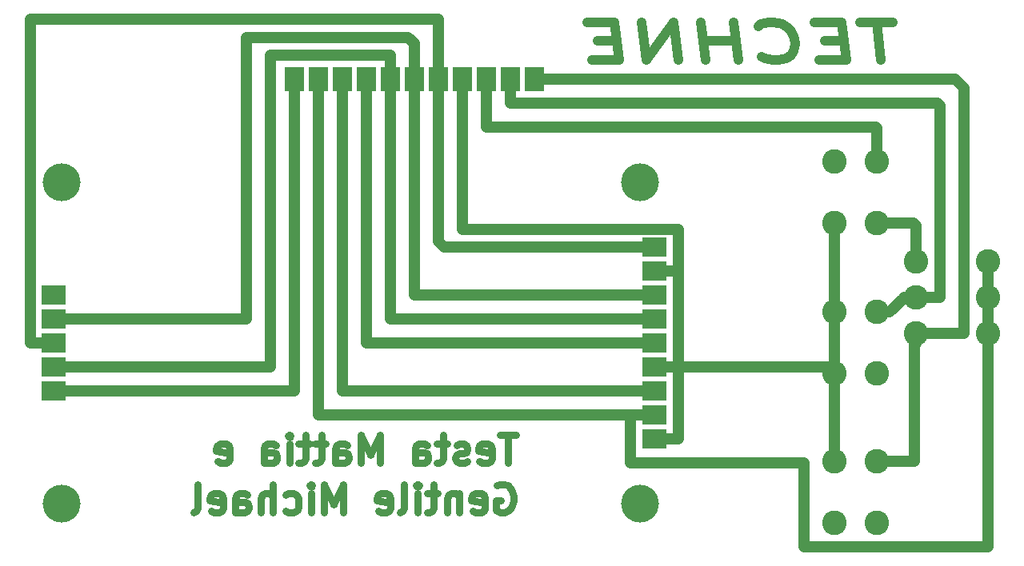
<source format=gbr>
G04 #@! TF.GenerationSoftware,KiCad,Pcbnew,(5.1.2)-1*
G04 #@! TF.CreationDate,2019-05-13T07:20:00+02:00*
G04 #@! TF.ProjectId,lcd board,6c636420-626f-4617-9264-2e6b69636164,rev?*
G04 #@! TF.SameCoordinates,Original*
G04 #@! TF.FileFunction,Copper,L2,Bot*
G04 #@! TF.FilePolarity,Positive*
%FSLAX46Y46*%
G04 Gerber Fmt 4.6, Leading zero omitted, Abs format (unit mm)*
G04 Created by KiCad (PCBNEW (5.1.2)-1) date 2019-05-13 07:20:00*
%MOMM*%
%LPD*%
G04 APERTURE LIST*
%ADD10C,0.750000*%
%ADD11C,1.000000*%
%ADD12C,2.600000*%
%ADD13R,2.000000X2.600000*%
%ADD14R,2.600000X2.000000*%
%ADD15C,4.000000*%
%ADD16C,1.200000*%
G04 APERTURE END LIST*
D10*
X142872857Y-47802142D02*
X141158571Y-47802142D01*
X142015714Y-50802142D02*
X142015714Y-47802142D01*
X139015714Y-50659285D02*
X139301428Y-50802142D01*
X139872857Y-50802142D01*
X140158571Y-50659285D01*
X140301428Y-50373571D01*
X140301428Y-49230714D01*
X140158571Y-48945000D01*
X139872857Y-48802142D01*
X139301428Y-48802142D01*
X139015714Y-48945000D01*
X138872857Y-49230714D01*
X138872857Y-49516428D01*
X140301428Y-49802142D01*
X137730000Y-50659285D02*
X137444285Y-50802142D01*
X136872857Y-50802142D01*
X136587142Y-50659285D01*
X136444285Y-50373571D01*
X136444285Y-50230714D01*
X136587142Y-49945000D01*
X136872857Y-49802142D01*
X137301428Y-49802142D01*
X137587142Y-49659285D01*
X137730000Y-49373571D01*
X137730000Y-49230714D01*
X137587142Y-48945000D01*
X137301428Y-48802142D01*
X136872857Y-48802142D01*
X136587142Y-48945000D01*
X135587142Y-48802142D02*
X134444285Y-48802142D01*
X135158571Y-47802142D02*
X135158571Y-50373571D01*
X135015714Y-50659285D01*
X134730000Y-50802142D01*
X134444285Y-50802142D01*
X132158571Y-50802142D02*
X132158571Y-49230714D01*
X132301428Y-48945000D01*
X132587142Y-48802142D01*
X133158571Y-48802142D01*
X133444285Y-48945000D01*
X132158571Y-50659285D02*
X132444285Y-50802142D01*
X133158571Y-50802142D01*
X133444285Y-50659285D01*
X133587142Y-50373571D01*
X133587142Y-50087857D01*
X133444285Y-49802142D01*
X133158571Y-49659285D01*
X132444285Y-49659285D01*
X132158571Y-49516428D01*
X128444285Y-50802142D02*
X128444285Y-47802142D01*
X127444285Y-49945000D01*
X126444285Y-47802142D01*
X126444285Y-50802142D01*
X123730000Y-50802142D02*
X123730000Y-49230714D01*
X123872857Y-48945000D01*
X124158571Y-48802142D01*
X124730000Y-48802142D01*
X125015714Y-48945000D01*
X123730000Y-50659285D02*
X124015714Y-50802142D01*
X124730000Y-50802142D01*
X125015714Y-50659285D01*
X125158571Y-50373571D01*
X125158571Y-50087857D01*
X125015714Y-49802142D01*
X124730000Y-49659285D01*
X124015714Y-49659285D01*
X123730000Y-49516428D01*
X122730000Y-48802142D02*
X121587142Y-48802142D01*
X122301428Y-47802142D02*
X122301428Y-50373571D01*
X122158571Y-50659285D01*
X121872857Y-50802142D01*
X121587142Y-50802142D01*
X121015714Y-48802142D02*
X119872857Y-48802142D01*
X120587142Y-47802142D02*
X120587142Y-50373571D01*
X120444285Y-50659285D01*
X120158571Y-50802142D01*
X119872857Y-50802142D01*
X118872857Y-50802142D02*
X118872857Y-48802142D01*
X118872857Y-47802142D02*
X119015714Y-47945000D01*
X118872857Y-48087857D01*
X118730000Y-47945000D01*
X118872857Y-47802142D01*
X118872857Y-48087857D01*
X116158571Y-50802142D02*
X116158571Y-49230714D01*
X116301428Y-48945000D01*
X116587142Y-48802142D01*
X117158571Y-48802142D01*
X117444285Y-48945000D01*
X116158571Y-50659285D02*
X116444285Y-50802142D01*
X117158571Y-50802142D01*
X117444285Y-50659285D01*
X117587142Y-50373571D01*
X117587142Y-50087857D01*
X117444285Y-49802142D01*
X117158571Y-49659285D01*
X116444285Y-49659285D01*
X116158571Y-49516428D01*
X111301428Y-50659285D02*
X111587142Y-50802142D01*
X112158571Y-50802142D01*
X112444285Y-50659285D01*
X112587142Y-50373571D01*
X112587142Y-49230714D01*
X112444285Y-48945000D01*
X112158571Y-48802142D01*
X111587142Y-48802142D01*
X111301428Y-48945000D01*
X111158571Y-49230714D01*
X111158571Y-49516428D01*
X112587142Y-49802142D01*
X140872857Y-53195000D02*
X141158571Y-53052142D01*
X141587142Y-53052142D01*
X142015714Y-53195000D01*
X142301428Y-53480714D01*
X142444285Y-53766428D01*
X142587142Y-54337857D01*
X142587142Y-54766428D01*
X142444285Y-55337857D01*
X142301428Y-55623571D01*
X142015714Y-55909285D01*
X141587142Y-56052142D01*
X141301428Y-56052142D01*
X140872857Y-55909285D01*
X140730000Y-55766428D01*
X140730000Y-54766428D01*
X141301428Y-54766428D01*
X138301428Y-55909285D02*
X138587142Y-56052142D01*
X139158571Y-56052142D01*
X139444285Y-55909285D01*
X139587142Y-55623571D01*
X139587142Y-54480714D01*
X139444285Y-54195000D01*
X139158571Y-54052142D01*
X138587142Y-54052142D01*
X138301428Y-54195000D01*
X138158571Y-54480714D01*
X138158571Y-54766428D01*
X139587142Y-55052142D01*
X136872857Y-54052142D02*
X136872857Y-56052142D01*
X136872857Y-54337857D02*
X136730000Y-54195000D01*
X136444285Y-54052142D01*
X136015714Y-54052142D01*
X135730000Y-54195000D01*
X135587142Y-54480714D01*
X135587142Y-56052142D01*
X134587142Y-54052142D02*
X133444285Y-54052142D01*
X134158571Y-53052142D02*
X134158571Y-55623571D01*
X134015714Y-55909285D01*
X133730000Y-56052142D01*
X133444285Y-56052142D01*
X132444285Y-56052142D02*
X132444285Y-54052142D01*
X132444285Y-53052142D02*
X132587142Y-53195000D01*
X132444285Y-53337857D01*
X132301428Y-53195000D01*
X132444285Y-53052142D01*
X132444285Y-53337857D01*
X130587142Y-56052142D02*
X130872857Y-55909285D01*
X131015714Y-55623571D01*
X131015714Y-53052142D01*
X128301428Y-55909285D02*
X128587142Y-56052142D01*
X129158571Y-56052142D01*
X129444285Y-55909285D01*
X129587142Y-55623571D01*
X129587142Y-54480714D01*
X129444285Y-54195000D01*
X129158571Y-54052142D01*
X128587142Y-54052142D01*
X128301428Y-54195000D01*
X128158571Y-54480714D01*
X128158571Y-54766428D01*
X129587142Y-55052142D01*
X124587142Y-56052142D02*
X124587142Y-53052142D01*
X123587142Y-55195000D01*
X122587142Y-53052142D01*
X122587142Y-56052142D01*
X121158571Y-56052142D02*
X121158571Y-54052142D01*
X121158571Y-53052142D02*
X121301428Y-53195000D01*
X121158571Y-53337857D01*
X121015714Y-53195000D01*
X121158571Y-53052142D01*
X121158571Y-53337857D01*
X118444285Y-55909285D02*
X118730000Y-56052142D01*
X119301428Y-56052142D01*
X119587142Y-55909285D01*
X119730000Y-55766428D01*
X119872857Y-55480714D01*
X119872857Y-54623571D01*
X119730000Y-54337857D01*
X119587142Y-54195000D01*
X119301428Y-54052142D01*
X118730000Y-54052142D01*
X118444285Y-54195000D01*
X117158571Y-56052142D02*
X117158571Y-53052142D01*
X115872857Y-56052142D02*
X115872857Y-54480714D01*
X116015714Y-54195000D01*
X116301428Y-54052142D01*
X116730000Y-54052142D01*
X117015714Y-54195000D01*
X117158571Y-54337857D01*
X113158571Y-56052142D02*
X113158571Y-54480714D01*
X113301428Y-54195000D01*
X113587142Y-54052142D01*
X114158571Y-54052142D01*
X114444285Y-54195000D01*
X113158571Y-55909285D02*
X113444285Y-56052142D01*
X114158571Y-56052142D01*
X114444285Y-55909285D01*
X114587142Y-55623571D01*
X114587142Y-55337857D01*
X114444285Y-55052142D01*
X114158571Y-54909285D01*
X113444285Y-54909285D01*
X113158571Y-54766428D01*
X110587142Y-55909285D02*
X110872857Y-56052142D01*
X111444285Y-56052142D01*
X111730000Y-55909285D01*
X111872857Y-55623571D01*
X111872857Y-54480714D01*
X111730000Y-54195000D01*
X111444285Y-54052142D01*
X110872857Y-54052142D01*
X110587142Y-54195000D01*
X110444285Y-54480714D01*
X110444285Y-54766428D01*
X111872857Y-55052142D01*
X108730000Y-56052142D02*
X109015714Y-55909285D01*
X109158571Y-55623571D01*
X109158571Y-53052142D01*
D11*
X182731011Y-4159523D02*
X179302440Y-4159523D01*
X181516726Y-8159523D02*
X181016726Y-4159523D01*
X177540535Y-6064285D02*
X175540535Y-6064285D01*
X174945297Y-8159523D02*
X177802440Y-8159523D01*
X177302440Y-4159523D01*
X174445297Y-4159523D01*
X168897678Y-7778571D02*
X169207202Y-7969047D01*
X170088154Y-8159523D01*
X170659583Y-8159523D01*
X171492916Y-7969047D01*
X172016726Y-7588095D01*
X172254821Y-7207142D01*
X172445297Y-6445238D01*
X172373869Y-5873809D01*
X171992916Y-5111904D01*
X171659583Y-4730952D01*
X171040535Y-4350000D01*
X170159583Y-4159523D01*
X169588154Y-4159523D01*
X168754821Y-4350000D01*
X168492916Y-4540476D01*
X166373869Y-8159523D02*
X165873869Y-4159523D01*
X166111964Y-6064285D02*
X162683392Y-6064285D01*
X162945297Y-8159523D02*
X162445297Y-4159523D01*
X160088154Y-8159523D02*
X159588154Y-4159523D01*
X156659583Y-8159523D01*
X156159583Y-4159523D01*
X153540535Y-6064285D02*
X151540535Y-6064285D01*
X150945297Y-8159523D02*
X153802440Y-8159523D01*
X153302440Y-4159523D01*
X150445297Y-4159523D01*
D12*
X192786000Y-29464000D03*
X185166000Y-29464000D03*
X192786000Y-33274000D03*
X185166000Y-33274000D03*
X192786000Y-37084000D03*
X185166000Y-37084000D03*
X181030000Y-57150000D03*
X176530000Y-57150000D03*
X181030000Y-50650000D03*
X176530000Y-50650000D03*
X176530000Y-34775000D03*
X181030000Y-34775000D03*
X176530000Y-41275000D03*
X181030000Y-41275000D03*
X181030000Y-25400000D03*
X176530000Y-25400000D03*
X181030000Y-18900000D03*
X176530000Y-18900000D03*
D13*
X144780000Y-10160000D03*
X142240000Y-10160000D03*
X139700000Y-10160000D03*
X137160000Y-10160000D03*
X134620000Y-10160000D03*
X132080000Y-10160000D03*
X129540000Y-10160000D03*
X127000000Y-10160000D03*
X124460000Y-10160000D03*
X121920000Y-10160000D03*
X119380000Y-10160000D03*
D14*
X157480000Y-48260000D03*
X157480000Y-45720000D03*
X157480000Y-43180000D03*
X157480000Y-40640000D03*
X157480000Y-38100000D03*
X157480000Y-35560000D03*
X157480000Y-33020000D03*
X157480000Y-30480000D03*
X157480000Y-27940000D03*
X93960000Y-43180000D03*
X93960000Y-40640000D03*
X93960000Y-38100000D03*
X93960000Y-35560000D03*
X93960000Y-33020000D03*
D15*
X155980000Y-55150000D03*
X94780000Y-55150000D03*
X94780000Y-21050000D03*
X155980000Y-21050000D03*
D16*
X185166000Y-37084000D02*
X190246000Y-37084000D01*
X190246000Y-37084000D02*
X190246000Y-11049000D01*
X181030000Y-50650000D02*
X185062000Y-50650000D01*
X185062000Y-38319370D02*
X185062000Y-50650000D01*
X185166000Y-38215370D02*
X185062000Y-38319370D01*
X185166000Y-37084000D02*
X185166000Y-38215370D01*
X189357000Y-10160000D02*
X190246000Y-11049000D01*
X144780000Y-10160000D02*
X189357000Y-10160000D01*
X142240000Y-10160000D02*
X142240000Y-12700000D01*
X187706000Y-12954000D02*
X187706000Y-33274000D01*
X187706000Y-33274000D02*
X183896000Y-33274000D01*
X183896000Y-33274000D02*
X185166000Y-33274000D01*
X183896000Y-33323213D02*
X183896000Y-33274000D01*
X182444213Y-34775000D02*
X183896000Y-33323213D01*
X181030000Y-34775000D02*
X182444213Y-34775000D01*
X187452000Y-12700000D02*
X187706000Y-12954000D01*
X142240000Y-12700000D02*
X187452000Y-12700000D01*
X185166000Y-25654000D02*
X185166000Y-29464000D01*
X181030000Y-15295000D02*
X181030000Y-18900000D01*
X180975000Y-15240000D02*
X181030000Y-15295000D01*
X139700000Y-10160000D02*
X139700000Y-15240000D01*
X139700000Y-15240000D02*
X180975000Y-15240000D01*
X184912000Y-25400000D02*
X185166000Y-25654000D01*
X181030000Y-25400000D02*
X184912000Y-25400000D01*
X176530000Y-25400000D02*
X176530000Y-50650000D01*
X175895000Y-40640000D02*
X176530000Y-41275000D01*
X157480000Y-40640000D02*
X159385000Y-40640000D01*
X157480000Y-48260000D02*
X160020000Y-48260000D01*
X160020000Y-48260000D02*
X160020000Y-41275000D01*
X160655000Y-40640000D02*
X175895000Y-40640000D01*
X160020000Y-41275000D02*
X160020000Y-40640000D01*
X159385000Y-40640000D02*
X160020000Y-40640000D01*
X160020000Y-40640000D02*
X160655000Y-40640000D01*
X160020000Y-30480000D02*
X157480000Y-30480000D01*
X160020000Y-41275000D02*
X160020000Y-30480000D01*
X160020000Y-30480000D02*
X160020000Y-26035000D01*
X160020000Y-26035000D02*
X137160000Y-26035000D01*
X137160000Y-26035000D02*
X137160000Y-10160000D01*
X157480000Y-27940000D02*
X135255000Y-27940000D01*
X134620000Y-27305000D02*
X134620000Y-10160000D01*
X135255000Y-27940000D02*
X134620000Y-27305000D01*
X134620000Y-3810000D02*
X134620000Y-10160000D01*
X91440000Y-3810000D02*
X134620000Y-3810000D01*
X93960000Y-38100000D02*
X91440000Y-38100000D01*
X91440000Y-38100000D02*
X91440000Y-3810000D01*
X132080000Y-33020000D02*
X132080000Y-10160000D01*
X157480000Y-33020000D02*
X132080000Y-33020000D01*
X93960000Y-35560000D02*
X114300000Y-35560000D01*
X114300000Y-35560000D02*
X114300000Y-5715000D01*
X114300000Y-5715000D02*
X131445000Y-5715000D01*
X132080000Y-6350000D02*
X132080000Y-10160000D01*
X131445000Y-5715000D02*
X132080000Y-6350000D01*
X129540000Y-24130000D02*
X129540000Y-10160000D01*
X157480000Y-35560000D02*
X129540000Y-35560000D01*
X129540000Y-35560000D02*
X129540000Y-24130000D01*
X93960000Y-40640000D02*
X116840000Y-40640000D01*
X116840000Y-40640000D02*
X116840000Y-7620000D01*
X116840000Y-7620000D02*
X129540000Y-7620000D01*
X129540000Y-7620000D02*
X129540000Y-10160000D01*
X157480000Y-38100000D02*
X127000000Y-38100000D01*
X127000000Y-15875000D02*
X127000000Y-10160000D01*
X127000000Y-38100000D02*
X127000000Y-15875000D01*
X157480000Y-43180000D02*
X124460000Y-43180000D01*
X124460000Y-39370000D02*
X124460000Y-10160000D01*
X124460000Y-43180000D02*
X124460000Y-39370000D01*
X192786000Y-29464000D02*
X192786000Y-37084000D01*
X154940000Y-50800000D02*
X173355000Y-50800000D01*
X154940000Y-45720000D02*
X154940000Y-50800000D01*
X157480000Y-45720000D02*
X154940000Y-45720000D01*
X173355000Y-50800000D02*
X173355000Y-59690000D01*
X121920000Y-45720000D02*
X157480000Y-45720000D01*
X121920000Y-10160000D02*
X121920000Y-45720000D01*
X173355000Y-59690000D02*
X192786000Y-59690000D01*
X192786000Y-59690000D02*
X192786000Y-37084000D01*
X93960000Y-43180000D02*
X119380000Y-43180000D01*
X119380000Y-43180000D02*
X119380000Y-10160000D01*
M02*

</source>
